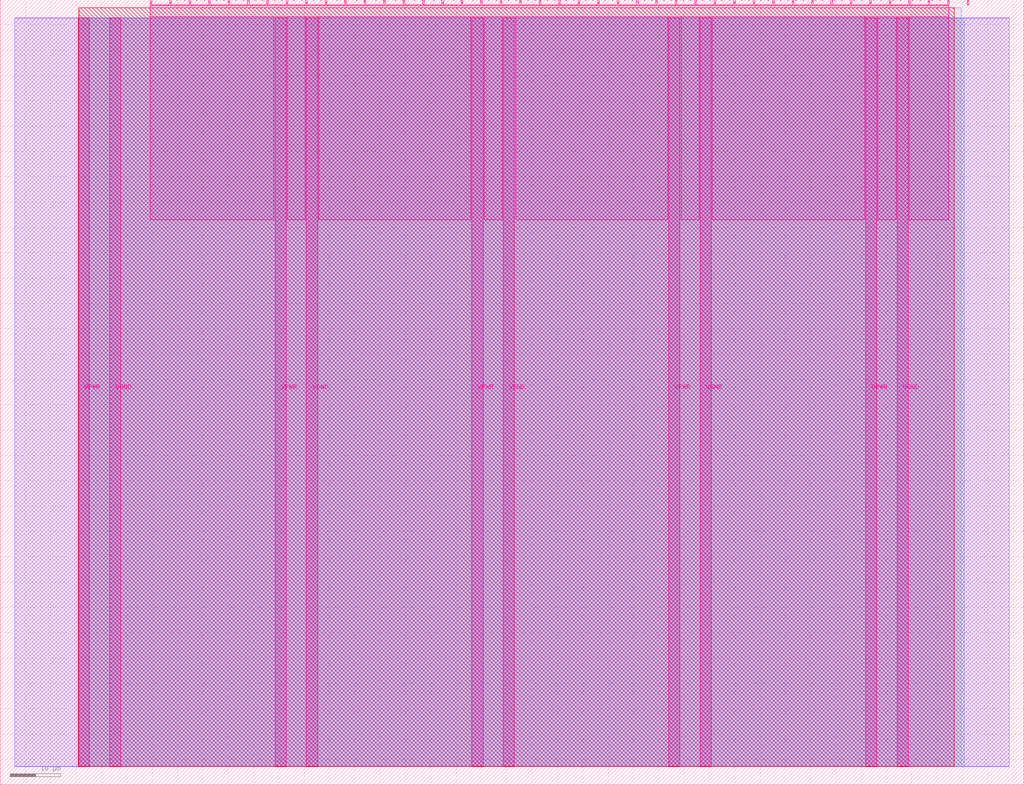
<source format=lef>
VERSION 5.7 ;
  NOWIREEXTENSIONATPIN ON ;
  DIVIDERCHAR "/" ;
  BUSBITCHARS "[]" ;
MACRO tt_um_4_bit_ALU
  CLASS BLOCK ;
  FOREIGN tt_um_4_bit_ALU ;
  ORIGIN 0.000 0.000 ;
  SIZE 202.080 BY 154.980 ;
  PIN VGND
    DIRECTION INOUT ;
    USE GROUND ;
    PORT
      LAYER Metal5 ;
        RECT 21.580 3.560 23.780 151.420 ;
    END
    PORT
      LAYER Metal5 ;
        RECT 60.450 3.560 62.650 151.420 ;
    END
    PORT
      LAYER Metal5 ;
        RECT 99.320 3.560 101.520 151.420 ;
    END
    PORT
      LAYER Metal5 ;
        RECT 138.190 3.560 140.390 151.420 ;
    END
    PORT
      LAYER Metal5 ;
        RECT 177.060 3.560 179.260 151.420 ;
    END
  END VGND
  PIN VPWR
    DIRECTION INOUT ;
    USE POWER ;
    PORT
      LAYER Metal5 ;
        RECT 15.380 3.560 17.580 151.420 ;
    END
    PORT
      LAYER Metal5 ;
        RECT 54.250 3.560 56.450 151.420 ;
    END
    PORT
      LAYER Metal5 ;
        RECT 93.120 3.560 95.320 151.420 ;
    END
    PORT
      LAYER Metal5 ;
        RECT 131.990 3.560 134.190 151.420 ;
    END
    PORT
      LAYER Metal5 ;
        RECT 170.860 3.560 173.060 151.420 ;
    END
  END VPWR
  PIN clk
    DIRECTION INPUT ;
    USE SIGNAL ;
    ANTENNAGATEAREA 0.213200 ;
    PORT
      LAYER Metal5 ;
        RECT 187.050 153.980 187.350 154.980 ;
    END
  END clk
  PIN ena
    DIRECTION INPUT ;
    USE SIGNAL ;
    PORT
      LAYER Metal5 ;
        RECT 190.890 153.980 191.190 154.980 ;
    END
  END ena
  PIN rst_n
    DIRECTION INPUT ;
    USE SIGNAL ;
    PORT
      LAYER Metal5 ;
        RECT 183.210 153.980 183.510 154.980 ;
    END
  END rst_n
  PIN ui_in[0]
    DIRECTION INPUT ;
    USE SIGNAL ;
    ANTENNAGATEAREA 0.213200 ;
    PORT
      LAYER Metal5 ;
        RECT 179.370 153.980 179.670 154.980 ;
    END
  END ui_in[0]
  PIN ui_in[1]
    DIRECTION INPUT ;
    USE SIGNAL ;
    ANTENNAGATEAREA 0.180700 ;
    PORT
      LAYER Metal5 ;
        RECT 175.530 153.980 175.830 154.980 ;
    END
  END ui_in[1]
  PIN ui_in[2]
    DIRECTION INPUT ;
    USE SIGNAL ;
    ANTENNAGATEAREA 0.213200 ;
    PORT
      LAYER Metal5 ;
        RECT 171.690 153.980 171.990 154.980 ;
    END
  END ui_in[2]
  PIN ui_in[3]
    DIRECTION INPUT ;
    USE SIGNAL ;
    ANTENNAGATEAREA 0.213200 ;
    PORT
      LAYER Metal5 ;
        RECT 167.850 153.980 168.150 154.980 ;
    END
  END ui_in[3]
  PIN ui_in[4]
    DIRECTION INPUT ;
    USE SIGNAL ;
    ANTENNAGATEAREA 0.426400 ;
    PORT
      LAYER Metal5 ;
        RECT 164.010 153.980 164.310 154.980 ;
    END
  END ui_in[4]
  PIN ui_in[5]
    DIRECTION INPUT ;
    USE SIGNAL ;
    ANTENNAGATEAREA 0.527800 ;
    PORT
      LAYER Metal5 ;
        RECT 160.170 153.980 160.470 154.980 ;
    END
  END ui_in[5]
  PIN ui_in[6]
    DIRECTION INPUT ;
    USE SIGNAL ;
    ANTENNAGATEAREA 0.393900 ;
    PORT
      LAYER Metal5 ;
        RECT 156.330 153.980 156.630 154.980 ;
    END
  END ui_in[6]
  PIN ui_in[7]
    DIRECTION INPUT ;
    USE SIGNAL ;
    ANTENNAGATEAREA 0.180700 ;
    PORT
      LAYER Metal5 ;
        RECT 152.490 153.980 152.790 154.980 ;
    END
  END ui_in[7]
  PIN uio_in[0]
    DIRECTION INPUT ;
    USE SIGNAL ;
    ANTENNAGATEAREA 0.213200 ;
    PORT
      LAYER Metal5 ;
        RECT 148.650 153.980 148.950 154.980 ;
    END
  END uio_in[0]
  PIN uio_in[1]
    DIRECTION INPUT ;
    USE SIGNAL ;
    ANTENNAGATEAREA 0.180700 ;
    PORT
      LAYER Metal5 ;
        RECT 144.810 153.980 145.110 154.980 ;
    END
  END uio_in[1]
  PIN uio_in[2]
    DIRECTION INPUT ;
    USE SIGNAL ;
    PORT
      LAYER Metal5 ;
        RECT 140.970 153.980 141.270 154.980 ;
    END
  END uio_in[2]
  PIN uio_in[3]
    DIRECTION INPUT ;
    USE SIGNAL ;
    PORT
      LAYER Metal5 ;
        RECT 137.130 153.980 137.430 154.980 ;
    END
  END uio_in[3]
  PIN uio_in[4]
    DIRECTION INPUT ;
    USE SIGNAL ;
    PORT
      LAYER Metal5 ;
        RECT 133.290 153.980 133.590 154.980 ;
    END
  END uio_in[4]
  PIN uio_in[5]
    DIRECTION INPUT ;
    USE SIGNAL ;
    PORT
      LAYER Metal5 ;
        RECT 129.450 153.980 129.750 154.980 ;
    END
  END uio_in[5]
  PIN uio_in[6]
    DIRECTION INPUT ;
    USE SIGNAL ;
    PORT
      LAYER Metal5 ;
        RECT 125.610 153.980 125.910 154.980 ;
    END
  END uio_in[6]
  PIN uio_in[7]
    DIRECTION INPUT ;
    USE SIGNAL ;
    PORT
      LAYER Metal5 ;
        RECT 121.770 153.980 122.070 154.980 ;
    END
  END uio_in[7]
  PIN uio_oe[0]
    DIRECTION OUTPUT ;
    USE SIGNAL ;
    ANTENNADIFFAREA 0.392700 ;
    PORT
      LAYER Metal5 ;
        RECT 56.490 153.980 56.790 154.980 ;
    END
  END uio_oe[0]
  PIN uio_oe[1]
    DIRECTION OUTPUT ;
    USE SIGNAL ;
    ANTENNADIFFAREA 0.299200 ;
    PORT
      LAYER Metal5 ;
        RECT 52.650 153.980 52.950 154.980 ;
    END
  END uio_oe[1]
  PIN uio_oe[2]
    DIRECTION OUTPUT ;
    USE SIGNAL ;
    ANTENNADIFFAREA 0.299200 ;
    PORT
      LAYER Metal5 ;
        RECT 48.810 153.980 49.110 154.980 ;
    END
  END uio_oe[2]
  PIN uio_oe[3]
    DIRECTION OUTPUT ;
    USE SIGNAL ;
    ANTENNADIFFAREA 0.299200 ;
    PORT
      LAYER Metal5 ;
        RECT 44.970 153.980 45.270 154.980 ;
    END
  END uio_oe[3]
  PIN uio_oe[4]
    DIRECTION OUTPUT ;
    USE SIGNAL ;
    ANTENNADIFFAREA 0.299200 ;
    PORT
      LAYER Metal5 ;
        RECT 41.130 153.980 41.430 154.980 ;
    END
  END uio_oe[4]
  PIN uio_oe[5]
    DIRECTION OUTPUT ;
    USE SIGNAL ;
    ANTENNADIFFAREA 0.299200 ;
    PORT
      LAYER Metal5 ;
        RECT 37.290 153.980 37.590 154.980 ;
    END
  END uio_oe[5]
  PIN uio_oe[6]
    DIRECTION OUTPUT ;
    USE SIGNAL ;
    ANTENNADIFFAREA 0.299200 ;
    PORT
      LAYER Metal5 ;
        RECT 33.450 153.980 33.750 154.980 ;
    END
  END uio_oe[6]
  PIN uio_oe[7]
    DIRECTION OUTPUT ;
    USE SIGNAL ;
    ANTENNADIFFAREA 0.299200 ;
    PORT
      LAYER Metal5 ;
        RECT 29.610 153.980 29.910 154.980 ;
    END
  END uio_oe[7]
  PIN uio_out[0]
    DIRECTION OUTPUT ;
    USE SIGNAL ;
    ANTENNADIFFAREA 0.392700 ;
    PORT
      LAYER Metal5 ;
        RECT 87.210 153.980 87.510 154.980 ;
    END
  END uio_out[0]
  PIN uio_out[1]
    DIRECTION OUTPUT ;
    USE SIGNAL ;
    ANTENNADIFFAREA 0.299200 ;
    PORT
      LAYER Metal5 ;
        RECT 83.370 153.980 83.670 154.980 ;
    END
  END uio_out[1]
  PIN uio_out[2]
    DIRECTION OUTPUT ;
    USE SIGNAL ;
    ANTENNADIFFAREA 0.299200 ;
    PORT
      LAYER Metal5 ;
        RECT 79.530 153.980 79.830 154.980 ;
    END
  END uio_out[2]
  PIN uio_out[3]
    DIRECTION OUTPUT ;
    USE SIGNAL ;
    ANTENNADIFFAREA 0.299200 ;
    PORT
      LAYER Metal5 ;
        RECT 75.690 153.980 75.990 154.980 ;
    END
  END uio_out[3]
  PIN uio_out[4]
    DIRECTION OUTPUT ;
    USE SIGNAL ;
    ANTENNADIFFAREA 0.299200 ;
    PORT
      LAYER Metal5 ;
        RECT 71.850 153.980 72.150 154.980 ;
    END
  END uio_out[4]
  PIN uio_out[5]
    DIRECTION OUTPUT ;
    USE SIGNAL ;
    ANTENNADIFFAREA 0.299200 ;
    PORT
      LAYER Metal5 ;
        RECT 68.010 153.980 68.310 154.980 ;
    END
  END uio_out[5]
  PIN uio_out[6]
    DIRECTION OUTPUT ;
    USE SIGNAL ;
    ANTENNADIFFAREA 0.299200 ;
    PORT
      LAYER Metal5 ;
        RECT 64.170 153.980 64.470 154.980 ;
    END
  END uio_out[6]
  PIN uio_out[7]
    DIRECTION OUTPUT ;
    USE SIGNAL ;
    ANTENNADIFFAREA 0.299200 ;
    PORT
      LAYER Metal5 ;
        RECT 60.330 153.980 60.630 154.980 ;
    END
  END uio_out[7]
  PIN uo_out[0]
    DIRECTION OUTPUT ;
    USE SIGNAL ;
    ANTENNADIFFAREA 0.632400 ;
    PORT
      LAYER Metal5 ;
        RECT 117.930 153.980 118.230 154.980 ;
    END
  END uo_out[0]
  PIN uo_out[1]
    DIRECTION OUTPUT ;
    USE SIGNAL ;
    ANTENNADIFFAREA 0.632400 ;
    PORT
      LAYER Metal5 ;
        RECT 114.090 153.980 114.390 154.980 ;
    END
  END uo_out[1]
  PIN uo_out[2]
    DIRECTION OUTPUT ;
    USE SIGNAL ;
    ANTENNADIFFAREA 0.632400 ;
    PORT
      LAYER Metal5 ;
        RECT 110.250 153.980 110.550 154.980 ;
    END
  END uo_out[2]
  PIN uo_out[3]
    DIRECTION OUTPUT ;
    USE SIGNAL ;
    ANTENNADIFFAREA 0.632400 ;
    PORT
      LAYER Metal5 ;
        RECT 106.410 153.980 106.710 154.980 ;
    END
  END uo_out[3]
  PIN uo_out[4]
    DIRECTION OUTPUT ;
    USE SIGNAL ;
    ANTENNAGATEAREA 0.109200 ;
    ANTENNADIFFAREA 0.632400 ;
    PORT
      LAYER Metal5 ;
        RECT 102.570 153.980 102.870 154.980 ;
    END
  END uo_out[4]
  PIN uo_out[5]
    DIRECTION OUTPUT ;
    USE SIGNAL ;
    ANTENNADIFFAREA 0.299200 ;
    PORT
      LAYER Metal5 ;
        RECT 98.730 153.980 99.030 154.980 ;
    END
  END uo_out[5]
  PIN uo_out[6]
    DIRECTION OUTPUT ;
    USE SIGNAL ;
    ANTENNADIFFAREA 0.299200 ;
    PORT
      LAYER Metal5 ;
        RECT 94.890 153.980 95.190 154.980 ;
    END
  END uo_out[6]
  PIN uo_out[7]
    DIRECTION OUTPUT ;
    USE SIGNAL ;
    ANTENNADIFFAREA 0.299200 ;
    PORT
      LAYER Metal5 ;
        RECT 91.050 153.980 91.350 154.980 ;
    END
  END uo_out[7]
  OBS
      LAYER GatPoly ;
        RECT 2.880 3.630 199.200 151.350 ;
      LAYER Metal1 ;
        RECT 2.880 3.560 199.200 151.420 ;
      LAYER Metal2 ;
        RECT 15.515 3.680 190.355 151.300 ;
      LAYER Metal3 ;
        RECT 15.560 3.635 189.700 153.445 ;
      LAYER Metal4 ;
        RECT 15.515 3.680 188.305 153.400 ;
      LAYER Metal5 ;
        RECT 30.120 153.770 33.240 153.980 ;
        RECT 33.960 153.770 37.080 153.980 ;
        RECT 37.800 153.770 40.920 153.980 ;
        RECT 41.640 153.770 44.760 153.980 ;
        RECT 45.480 153.770 48.600 153.980 ;
        RECT 49.320 153.770 52.440 153.980 ;
        RECT 53.160 153.770 56.280 153.980 ;
        RECT 57.000 153.770 60.120 153.980 ;
        RECT 60.840 153.770 63.960 153.980 ;
        RECT 64.680 153.770 67.800 153.980 ;
        RECT 68.520 153.770 71.640 153.980 ;
        RECT 72.360 153.770 75.480 153.980 ;
        RECT 76.200 153.770 79.320 153.980 ;
        RECT 80.040 153.770 83.160 153.980 ;
        RECT 83.880 153.770 87.000 153.980 ;
        RECT 87.720 153.770 90.840 153.980 ;
        RECT 91.560 153.770 94.680 153.980 ;
        RECT 95.400 153.770 98.520 153.980 ;
        RECT 99.240 153.770 102.360 153.980 ;
        RECT 103.080 153.770 106.200 153.980 ;
        RECT 106.920 153.770 110.040 153.980 ;
        RECT 110.760 153.770 113.880 153.980 ;
        RECT 114.600 153.770 117.720 153.980 ;
        RECT 118.440 153.770 121.560 153.980 ;
        RECT 122.280 153.770 125.400 153.980 ;
        RECT 126.120 153.770 129.240 153.980 ;
        RECT 129.960 153.770 133.080 153.980 ;
        RECT 133.800 153.770 136.920 153.980 ;
        RECT 137.640 153.770 140.760 153.980 ;
        RECT 141.480 153.770 144.600 153.980 ;
        RECT 145.320 153.770 148.440 153.980 ;
        RECT 149.160 153.770 152.280 153.980 ;
        RECT 153.000 153.770 156.120 153.980 ;
        RECT 156.840 153.770 159.960 153.980 ;
        RECT 160.680 153.770 163.800 153.980 ;
        RECT 164.520 153.770 167.640 153.980 ;
        RECT 168.360 153.770 171.480 153.980 ;
        RECT 172.200 153.770 175.320 153.980 ;
        RECT 176.040 153.770 179.160 153.980 ;
        RECT 179.880 153.770 183.000 153.980 ;
        RECT 183.720 153.770 186.840 153.980 ;
        RECT 29.660 151.630 187.300 153.770 ;
        RECT 29.660 111.575 54.040 151.630 ;
        RECT 56.660 111.575 60.240 151.630 ;
        RECT 62.860 111.575 92.910 151.630 ;
        RECT 95.530 111.575 99.110 151.630 ;
        RECT 101.730 111.575 131.780 151.630 ;
        RECT 134.400 111.575 137.980 151.630 ;
        RECT 140.600 111.575 170.650 151.630 ;
        RECT 173.270 111.575 176.850 151.630 ;
        RECT 179.470 111.575 187.300 151.630 ;
  END
END tt_um_4_bit_ALU
END LIBRARY


</source>
